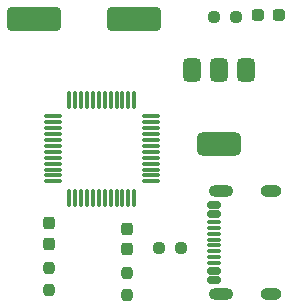
<source format=gbr>
%TF.GenerationSoftware,KiCad,Pcbnew,9.0.7*%
%TF.CreationDate,2026-02-20T19:59:31+05:30*%
%TF.ProjectId,breakout_board,62726561-6b6f-4757-945f-626f6172642e,rev?*%
%TF.SameCoordinates,Original*%
%TF.FileFunction,Paste,Bot*%
%TF.FilePolarity,Positive*%
%FSLAX46Y46*%
G04 Gerber Fmt 4.6, Leading zero omitted, Abs format (unit mm)*
G04 Created by KiCad (PCBNEW 9.0.7) date 2026-02-20 19:59:31*
%MOMM*%
%LPD*%
G01*
G04 APERTURE LIST*
G04 Aperture macros list*
%AMRoundRect*
0 Rectangle with rounded corners*
0 $1 Rounding radius*
0 $2 $3 $4 $5 $6 $7 $8 $9 X,Y pos of 4 corners*
0 Add a 4 corners polygon primitive as box body*
4,1,4,$2,$3,$4,$5,$6,$7,$8,$9,$2,$3,0*
0 Add four circle primitives for the rounded corners*
1,1,$1+$1,$2,$3*
1,1,$1+$1,$4,$5*
1,1,$1+$1,$6,$7*
1,1,$1+$1,$8,$9*
0 Add four rect primitives between the rounded corners*
20,1,$1+$1,$2,$3,$4,$5,0*
20,1,$1+$1,$4,$5,$6,$7,0*
20,1,$1+$1,$6,$7,$8,$9,0*
20,1,$1+$1,$8,$9,$2,$3,0*%
G04 Aperture macros list end*
%ADD10RoundRect,0.237500X0.287500X0.237500X-0.287500X0.237500X-0.287500X-0.237500X0.287500X-0.237500X0*%
%ADD11RoundRect,0.237500X0.237500X-0.287500X0.237500X0.287500X-0.237500X0.287500X-0.237500X-0.287500X0*%
%ADD12RoundRect,0.375000X-0.375000X0.625000X-0.375000X-0.625000X0.375000X-0.625000X0.375000X0.625000X0*%
%ADD13RoundRect,0.500000X-1.400000X0.500000X-1.400000X-0.500000X1.400000X-0.500000X1.400000X0.500000X0*%
%ADD14RoundRect,0.237500X-0.237500X0.250000X-0.237500X-0.250000X0.237500X-0.250000X0.237500X0.250000X0*%
%ADD15RoundRect,0.250000X-2.000000X-0.750000X2.000000X-0.750000X2.000000X0.750000X-2.000000X0.750000X0*%
%ADD16RoundRect,0.237500X0.237500X-0.250000X0.237500X0.250000X-0.237500X0.250000X-0.237500X-0.250000X0*%
%ADD17RoundRect,0.075000X-0.662500X-0.075000X0.662500X-0.075000X0.662500X0.075000X-0.662500X0.075000X0*%
%ADD18RoundRect,0.075000X-0.075000X-0.662500X0.075000X-0.662500X0.075000X0.662500X-0.075000X0.662500X0*%
%ADD19RoundRect,0.237500X-0.237500X0.287500X-0.237500X-0.287500X0.237500X-0.287500X0.237500X0.287500X0*%
%ADD20RoundRect,0.237500X0.250000X0.237500X-0.250000X0.237500X-0.250000X-0.237500X0.250000X-0.237500X0*%
%ADD21RoundRect,0.150000X-0.425000X0.150000X-0.425000X-0.150000X0.425000X-0.150000X0.425000X0.150000X0*%
%ADD22RoundRect,0.075000X-0.500000X0.075000X-0.500000X-0.075000X0.500000X-0.075000X0.500000X0.075000X0*%
%ADD23O,1.800000X1.000000*%
%ADD24O,2.100000X1.000000*%
G04 APERTURE END LIST*
D10*
%TO.C,LED*%
X146532600Y-67868800D03*
X144782600Y-67868800D03*
%TD*%
D11*
%TO.C,D1*%
X127025400Y-87283900D03*
X127025400Y-85533900D03*
%TD*%
D12*
%TO.C,AMS1117*%
X139152600Y-72516600D03*
X141452600Y-72516600D03*
D13*
X141452600Y-78816600D03*
D12*
X143752600Y-72516600D03*
%TD*%
D14*
%TO.C,R7*%
X133654800Y-89758850D03*
X133654800Y-91583850D03*
%TD*%
D15*
%TO.C,Oscillator*%
X125741100Y-68199000D03*
X134241100Y-68199000D03*
%TD*%
D16*
%TO.C,1k*%
X127025400Y-91131400D03*
X127025400Y-89306400D03*
%TD*%
D17*
%TO.C,U1*%
X127358700Y-81972600D03*
X127358700Y-81472600D03*
X127358700Y-80972600D03*
X127358700Y-80472600D03*
X127358700Y-79972600D03*
X127358700Y-79472600D03*
X127358700Y-78972600D03*
X127358700Y-78472600D03*
X127358700Y-77972600D03*
X127358700Y-77472600D03*
X127358700Y-76972600D03*
X127358700Y-76472600D03*
D18*
X128771200Y-75060100D03*
X129271200Y-75060100D03*
X129771200Y-75060100D03*
X130271200Y-75060100D03*
X130771200Y-75060100D03*
X131271200Y-75060100D03*
X131771200Y-75060100D03*
X132271200Y-75060100D03*
X132771200Y-75060100D03*
X133271200Y-75060100D03*
X133771200Y-75060100D03*
X134271200Y-75060100D03*
D17*
X135683700Y-76472600D03*
X135683700Y-76972600D03*
X135683700Y-77472600D03*
X135683700Y-77972600D03*
X135683700Y-78472600D03*
X135683700Y-78972600D03*
X135683700Y-79472600D03*
X135683700Y-79972600D03*
X135683700Y-80472600D03*
X135683700Y-80972600D03*
X135683700Y-81472600D03*
X135683700Y-81972600D03*
D18*
X134271200Y-83385100D03*
X133771200Y-83385100D03*
X133271200Y-83385100D03*
X132771200Y-83385100D03*
X132271200Y-83385100D03*
X131771200Y-83385100D03*
X131271200Y-83385100D03*
X130771200Y-83385100D03*
X130271200Y-83385100D03*
X129771200Y-83385100D03*
X129271200Y-83385100D03*
X128771200Y-83385100D03*
%TD*%
D19*
%TO.C,D2*%
X133654800Y-85986350D03*
X133654800Y-87736350D03*
%TD*%
D20*
%TO.C,1k*%
X142875000Y-68097400D03*
X141050000Y-68097400D03*
%TD*%
%TO.C,1k5*%
X138199500Y-87655400D03*
X136374500Y-87655400D03*
%TD*%
D21*
%TO.C,J3*%
X141049200Y-83947400D03*
X141049200Y-84747400D03*
D22*
X141049200Y-85897400D03*
X141049200Y-86897400D03*
X141049200Y-87397400D03*
X141049200Y-88397400D03*
D21*
X141049200Y-89547400D03*
X141049200Y-90347400D03*
X141049200Y-90347400D03*
X141049200Y-89547400D03*
D22*
X141049200Y-88897400D03*
X141049200Y-87897400D03*
X141049200Y-86397400D03*
X141049200Y-85397400D03*
D21*
X141049200Y-84747400D03*
X141049200Y-83947400D03*
D23*
X145804200Y-82827400D03*
D24*
X141624200Y-82827400D03*
D23*
X145804200Y-91467400D03*
D24*
X141624200Y-91467400D03*
%TD*%
M02*

</source>
